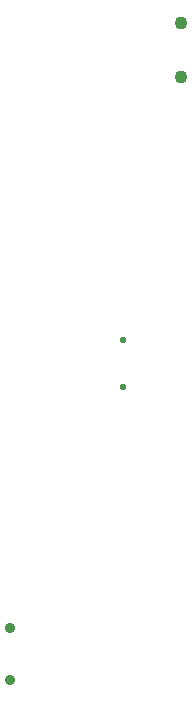
<source format=gbr>
%TF.GenerationSoftware,KiCad,Pcbnew,(6.0.5)*%
%TF.CreationDate,2023-06-16T09:38:08+03:00*%
%TF.ProjectId,JLC1,4a4c4331-2e6b-4696-9361-645f70636258,rev?*%
%TF.SameCoordinates,Original*%
%TF.FileFunction,NonPlated,1,2,NPTH,Drill*%
%TF.FilePolarity,Positive*%
%FSLAX46Y46*%
G04 Gerber Fmt 4.6, Leading zero omitted, Abs format (unit mm)*
G04 Created by KiCad (PCBNEW (6.0.5)) date 2023-06-16 09:38:08*
%MOMM*%
%LPD*%
G01*
G04 APERTURE LIST*
%TA.AperFunction,ComponentDrill*%
%ADD10C,0.550000*%
%TD*%
%TA.AperFunction,ComponentDrill*%
%ADD11C,0.900000*%
%TD*%
%TA.AperFunction,ComponentDrill*%
%ADD12C,1.100000*%
%TD*%
G04 APERTURE END LIST*
D10*
%TO.C,REF\u002A\u002A*%
X141715000Y-96222500D03*
X141715000Y-100222500D03*
D11*
%TO.C,USB*%
X132102500Y-120647500D03*
X132102500Y-125047500D03*
D12*
%TO.C,USB_0*%
X146625000Y-69437500D03*
X146625000Y-74037500D03*
M02*

</source>
